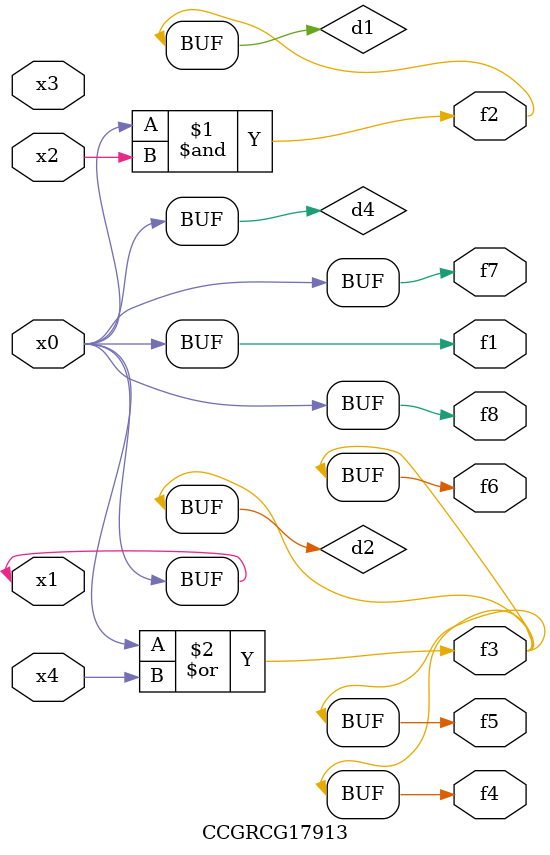
<source format=v>
module CCGRCG17913(
	input x0, x1, x2, x3, x4,
	output f1, f2, f3, f4, f5, f6, f7, f8
);

	wire d1, d2, d3, d4;

	and (d1, x0, x2);
	or (d2, x0, x4);
	nand (d3, x0, x2);
	buf (d4, x0, x1);
	assign f1 = d4;
	assign f2 = d1;
	assign f3 = d2;
	assign f4 = d2;
	assign f5 = d2;
	assign f6 = d2;
	assign f7 = d4;
	assign f8 = d4;
endmodule

</source>
